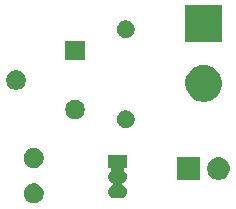
<source format=gbr>
G04 #@! TF.GenerationSoftware,KiCad,Pcbnew,(5.1.5)-3*
G04 #@! TF.CreationDate,2020-11-04T23:21:00+03:00*
G04 #@! TF.ProjectId,dark dedector adjusted,6461726b-2064-4656-9465-63746f722061,rev?*
G04 #@! TF.SameCoordinates,Original*
G04 #@! TF.FileFunction,Soldermask,Bot*
G04 #@! TF.FilePolarity,Negative*
%FSLAX46Y46*%
G04 Gerber Fmt 4.6, Leading zero omitted, Abs format (unit mm)*
G04 Created by KiCad (PCBNEW (5.1.5)-3) date 2020-11-04 23:21:00*
%MOMM*%
%LPD*%
G04 APERTURE LIST*
%ADD10C,0.100000*%
G04 APERTURE END LIST*
D10*
G36*
X145248228Y-94981703D02*
G01*
X145403100Y-95045853D01*
X145542481Y-95138985D01*
X145661015Y-95257519D01*
X145754147Y-95396900D01*
X145818297Y-95551772D01*
X145851000Y-95716184D01*
X145851000Y-95883816D01*
X145818297Y-96048228D01*
X145754147Y-96203100D01*
X145661015Y-96342481D01*
X145542481Y-96461015D01*
X145403100Y-96554147D01*
X145248228Y-96618297D01*
X145083816Y-96651000D01*
X144916184Y-96651000D01*
X144751772Y-96618297D01*
X144596900Y-96554147D01*
X144457519Y-96461015D01*
X144338985Y-96342481D01*
X144245853Y-96203100D01*
X144181703Y-96048228D01*
X144149000Y-95883816D01*
X144149000Y-95716184D01*
X144181703Y-95551772D01*
X144245853Y-95396900D01*
X144338985Y-95257519D01*
X144457519Y-95138985D01*
X144596900Y-95045853D01*
X144751772Y-94981703D01*
X144916184Y-94949000D01*
X145083816Y-94949000D01*
X145248228Y-94981703D01*
G37*
G36*
X152901000Y-93676000D02*
G01*
X152736660Y-93676000D01*
X152712274Y-93678402D01*
X152688825Y-93685515D01*
X152667214Y-93697066D01*
X152648272Y-93712611D01*
X152632727Y-93731553D01*
X152621176Y-93753164D01*
X152614063Y-93776613D01*
X152611661Y-93800999D01*
X152614063Y-93825385D01*
X152621176Y-93848834D01*
X152632727Y-93870445D01*
X152648272Y-93889387D01*
X152657345Y-93897609D01*
X152734264Y-93960736D01*
X152806244Y-94048443D01*
X152840429Y-94112399D01*
X152859728Y-94148505D01*
X152859729Y-94148508D01*
X152892666Y-94257084D01*
X152903787Y-94370000D01*
X152892666Y-94482916D01*
X152859729Y-94591492D01*
X152859728Y-94591495D01*
X152847456Y-94614454D01*
X152806244Y-94691557D01*
X152734264Y-94779264D01*
X152646557Y-94851244D01*
X152565141Y-94894761D01*
X152544766Y-94908375D01*
X152527439Y-94925702D01*
X152513826Y-94946076D01*
X152504448Y-94968715D01*
X152499668Y-94992748D01*
X152499668Y-95017252D01*
X152504448Y-95041285D01*
X152513826Y-95063924D01*
X152527440Y-95084299D01*
X152544767Y-95101626D01*
X152565141Y-95115239D01*
X152646557Y-95158756D01*
X152734264Y-95230736D01*
X152806244Y-95318443D01*
X152840429Y-95382399D01*
X152859728Y-95418505D01*
X152859729Y-95418508D01*
X152892666Y-95527084D01*
X152903787Y-95640000D01*
X152892666Y-95752916D01*
X152859729Y-95861492D01*
X152859728Y-95861495D01*
X152847797Y-95883816D01*
X152806244Y-95961557D01*
X152734264Y-96049264D01*
X152646557Y-96121244D01*
X152582601Y-96155429D01*
X152546495Y-96174728D01*
X152546492Y-96174729D01*
X152437916Y-96207666D01*
X152353298Y-96216000D01*
X151846702Y-96216000D01*
X151762084Y-96207666D01*
X151653508Y-96174729D01*
X151653505Y-96174728D01*
X151617399Y-96155429D01*
X151553443Y-96121244D01*
X151465736Y-96049264D01*
X151393756Y-95961557D01*
X151352203Y-95883816D01*
X151340272Y-95861495D01*
X151340271Y-95861492D01*
X151307334Y-95752916D01*
X151296213Y-95640000D01*
X151307334Y-95527084D01*
X151340271Y-95418508D01*
X151340272Y-95418505D01*
X151359571Y-95382399D01*
X151393756Y-95318443D01*
X151465736Y-95230736D01*
X151553443Y-95158756D01*
X151634859Y-95115239D01*
X151655234Y-95101625D01*
X151672561Y-95084298D01*
X151686174Y-95063924D01*
X151695552Y-95041285D01*
X151700332Y-95017252D01*
X151700332Y-94992748D01*
X151695552Y-94968715D01*
X151686174Y-94946076D01*
X151672560Y-94925701D01*
X151655233Y-94908374D01*
X151634859Y-94894761D01*
X151553443Y-94851244D01*
X151465736Y-94779264D01*
X151393756Y-94691557D01*
X151352544Y-94614454D01*
X151340272Y-94591495D01*
X151340271Y-94591492D01*
X151307334Y-94482916D01*
X151296213Y-94370000D01*
X151307334Y-94257084D01*
X151340271Y-94148508D01*
X151340272Y-94148505D01*
X151359571Y-94112399D01*
X151393756Y-94048443D01*
X151465736Y-93960736D01*
X151542646Y-93897617D01*
X151559965Y-93880298D01*
X151573579Y-93859923D01*
X151582957Y-93837284D01*
X151587737Y-93813251D01*
X151587737Y-93788747D01*
X151582957Y-93764714D01*
X151573579Y-93742075D01*
X151559966Y-93721701D01*
X151542639Y-93704374D01*
X151522264Y-93690760D01*
X151499625Y-93681382D01*
X151475592Y-93676602D01*
X151463340Y-93676000D01*
X151299000Y-93676000D01*
X151299000Y-92524000D01*
X152901000Y-92524000D01*
X152901000Y-93676000D01*
G37*
G36*
X160917395Y-92785546D02*
G01*
X161090466Y-92857234D01*
X161167818Y-92908919D01*
X161246227Y-92961310D01*
X161378690Y-93093773D01*
X161378691Y-93093775D01*
X161482766Y-93249534D01*
X161554454Y-93422605D01*
X161591000Y-93606333D01*
X161591000Y-93793667D01*
X161554454Y-93977395D01*
X161482766Y-94150466D01*
X161482765Y-94150467D01*
X161378690Y-94306227D01*
X161246227Y-94438690D01*
X161180041Y-94482914D01*
X161090466Y-94542766D01*
X160917395Y-94614454D01*
X160733667Y-94651000D01*
X160546333Y-94651000D01*
X160362605Y-94614454D01*
X160189534Y-94542766D01*
X160099959Y-94482914D01*
X160033773Y-94438690D01*
X159901310Y-94306227D01*
X159797235Y-94150467D01*
X159797234Y-94150466D01*
X159725546Y-93977395D01*
X159689000Y-93793667D01*
X159689000Y-93606333D01*
X159725546Y-93422605D01*
X159797234Y-93249534D01*
X159901309Y-93093775D01*
X159901310Y-93093773D01*
X160033773Y-92961310D01*
X160112182Y-92908919D01*
X160189534Y-92857234D01*
X160362605Y-92785546D01*
X160546333Y-92749000D01*
X160733667Y-92749000D01*
X160917395Y-92785546D01*
G37*
G36*
X159051000Y-94651000D02*
G01*
X157149000Y-94651000D01*
X157149000Y-92749000D01*
X159051000Y-92749000D01*
X159051000Y-94651000D01*
G37*
G36*
X145248228Y-91981703D02*
G01*
X145403100Y-92045853D01*
X145542481Y-92138985D01*
X145661015Y-92257519D01*
X145754147Y-92396900D01*
X145818297Y-92551772D01*
X145851000Y-92716184D01*
X145851000Y-92883816D01*
X145818297Y-93048228D01*
X145754147Y-93203100D01*
X145661015Y-93342481D01*
X145542481Y-93461015D01*
X145403100Y-93554147D01*
X145248228Y-93618297D01*
X145083816Y-93651000D01*
X144916184Y-93651000D01*
X144751772Y-93618297D01*
X144596900Y-93554147D01*
X144457519Y-93461015D01*
X144338985Y-93342481D01*
X144245853Y-93203100D01*
X144181703Y-93048228D01*
X144149000Y-92883816D01*
X144149000Y-92716184D01*
X144181703Y-92551772D01*
X144245853Y-92396900D01*
X144338985Y-92257519D01*
X144457519Y-92138985D01*
X144596900Y-92045853D01*
X144751772Y-91981703D01*
X144916184Y-91949000D01*
X145083816Y-91949000D01*
X145248228Y-91981703D01*
G37*
G36*
X153019059Y-88797860D02*
G01*
X153155732Y-88854472D01*
X153278735Y-88936660D01*
X153383340Y-89041265D01*
X153465528Y-89164268D01*
X153522140Y-89300941D01*
X153551000Y-89446033D01*
X153551000Y-89593967D01*
X153522140Y-89739059D01*
X153465528Y-89875732D01*
X153383340Y-89998735D01*
X153278735Y-90103340D01*
X153155732Y-90185528D01*
X153155731Y-90185529D01*
X153155730Y-90185529D01*
X153019059Y-90242140D01*
X152873968Y-90271000D01*
X152726032Y-90271000D01*
X152580941Y-90242140D01*
X152444270Y-90185529D01*
X152444269Y-90185529D01*
X152444268Y-90185528D01*
X152321265Y-90103340D01*
X152216660Y-89998735D01*
X152134472Y-89875732D01*
X152077860Y-89739059D01*
X152049000Y-89593967D01*
X152049000Y-89446033D01*
X152077860Y-89300941D01*
X152134472Y-89164268D01*
X152216660Y-89041265D01*
X152321265Y-88936660D01*
X152444268Y-88854472D01*
X152580941Y-88797860D01*
X152726032Y-88769000D01*
X152873968Y-88769000D01*
X153019059Y-88797860D01*
G37*
G36*
X148740935Y-87905742D02*
G01*
X148891258Y-87968008D01*
X149026545Y-88058404D01*
X149141596Y-88173455D01*
X149231992Y-88308742D01*
X149294258Y-88459065D01*
X149326000Y-88618646D01*
X149326000Y-88781354D01*
X149294258Y-88940935D01*
X149231992Y-89091258D01*
X149141596Y-89226545D01*
X149026545Y-89341596D01*
X148891258Y-89431992D01*
X148740935Y-89494258D01*
X148581354Y-89526000D01*
X148418646Y-89526000D01*
X148259065Y-89494258D01*
X148108742Y-89431992D01*
X147973455Y-89341596D01*
X147858404Y-89226545D01*
X147768008Y-89091258D01*
X147705742Y-88940935D01*
X147674000Y-88781354D01*
X147674000Y-88618646D01*
X147705742Y-88459065D01*
X147768008Y-88308742D01*
X147858404Y-88173455D01*
X147973455Y-88058404D01*
X148108742Y-87968008D01*
X148259065Y-87905742D01*
X148418646Y-87874000D01*
X148581354Y-87874000D01*
X148740935Y-87905742D01*
G37*
G36*
X159702585Y-84958802D02*
G01*
X159852410Y-84988604D01*
X160134674Y-85105521D01*
X160388705Y-85275259D01*
X160604741Y-85491295D01*
X160774479Y-85745326D01*
X160800747Y-85808744D01*
X160891396Y-86027591D01*
X160951000Y-86327239D01*
X160951000Y-86632761D01*
X160932345Y-86726545D01*
X160891396Y-86932410D01*
X160774479Y-87214674D01*
X160604741Y-87468705D01*
X160388705Y-87684741D01*
X160134674Y-87854479D01*
X159852410Y-87971396D01*
X159702585Y-88001198D01*
X159552761Y-88031000D01*
X159247239Y-88031000D01*
X159097415Y-88001198D01*
X158947590Y-87971396D01*
X158665326Y-87854479D01*
X158411295Y-87684741D01*
X158195259Y-87468705D01*
X158025521Y-87214674D01*
X157908604Y-86932410D01*
X157867655Y-86726545D01*
X157849000Y-86632761D01*
X157849000Y-86327239D01*
X157908604Y-86027591D01*
X157999253Y-85808744D01*
X158025521Y-85745326D01*
X158195259Y-85491295D01*
X158411295Y-85275259D01*
X158665326Y-85105521D01*
X158947590Y-84988604D01*
X159097415Y-84958802D01*
X159247239Y-84929000D01*
X159552761Y-84929000D01*
X159702585Y-84958802D01*
G37*
G36*
X143740935Y-85405742D02*
G01*
X143891258Y-85468008D01*
X144026545Y-85558404D01*
X144141596Y-85673455D01*
X144231992Y-85808742D01*
X144294258Y-85959065D01*
X144326000Y-86118646D01*
X144326000Y-86281354D01*
X144294258Y-86440935D01*
X144231992Y-86591258D01*
X144141596Y-86726545D01*
X144026545Y-86841596D01*
X143891258Y-86931992D01*
X143740935Y-86994258D01*
X143581354Y-87026000D01*
X143418646Y-87026000D01*
X143259065Y-86994258D01*
X143108742Y-86931992D01*
X142973455Y-86841596D01*
X142858404Y-86726545D01*
X142768008Y-86591258D01*
X142705742Y-86440935D01*
X142674000Y-86281354D01*
X142674000Y-86118646D01*
X142705742Y-85959065D01*
X142768008Y-85808742D01*
X142858404Y-85673455D01*
X142973455Y-85558404D01*
X143108742Y-85468008D01*
X143259065Y-85405742D01*
X143418646Y-85374000D01*
X143581354Y-85374000D01*
X143740935Y-85405742D01*
G37*
G36*
X149326000Y-84526000D02*
G01*
X147674000Y-84526000D01*
X147674000Y-82874000D01*
X149326000Y-82874000D01*
X149326000Y-84526000D01*
G37*
G36*
X160951000Y-82951000D02*
G01*
X157849000Y-82951000D01*
X157849000Y-79849000D01*
X160951000Y-79849000D01*
X160951000Y-82951000D01*
G37*
G36*
X153019059Y-81177860D02*
G01*
X153155732Y-81234472D01*
X153278735Y-81316660D01*
X153383340Y-81421265D01*
X153465528Y-81544268D01*
X153522140Y-81680941D01*
X153551000Y-81826033D01*
X153551000Y-81973967D01*
X153522140Y-82119059D01*
X153465528Y-82255732D01*
X153383340Y-82378735D01*
X153278735Y-82483340D01*
X153155732Y-82565528D01*
X153155731Y-82565529D01*
X153155730Y-82565529D01*
X153019059Y-82622140D01*
X152873968Y-82651000D01*
X152726032Y-82651000D01*
X152580941Y-82622140D01*
X152444270Y-82565529D01*
X152444269Y-82565529D01*
X152444268Y-82565528D01*
X152321265Y-82483340D01*
X152216660Y-82378735D01*
X152134472Y-82255732D01*
X152077860Y-82119059D01*
X152049000Y-81973967D01*
X152049000Y-81826033D01*
X152077860Y-81680941D01*
X152134472Y-81544268D01*
X152216660Y-81421265D01*
X152321265Y-81316660D01*
X152444268Y-81234472D01*
X152580941Y-81177860D01*
X152726032Y-81149000D01*
X152873968Y-81149000D01*
X153019059Y-81177860D01*
G37*
M02*

</source>
